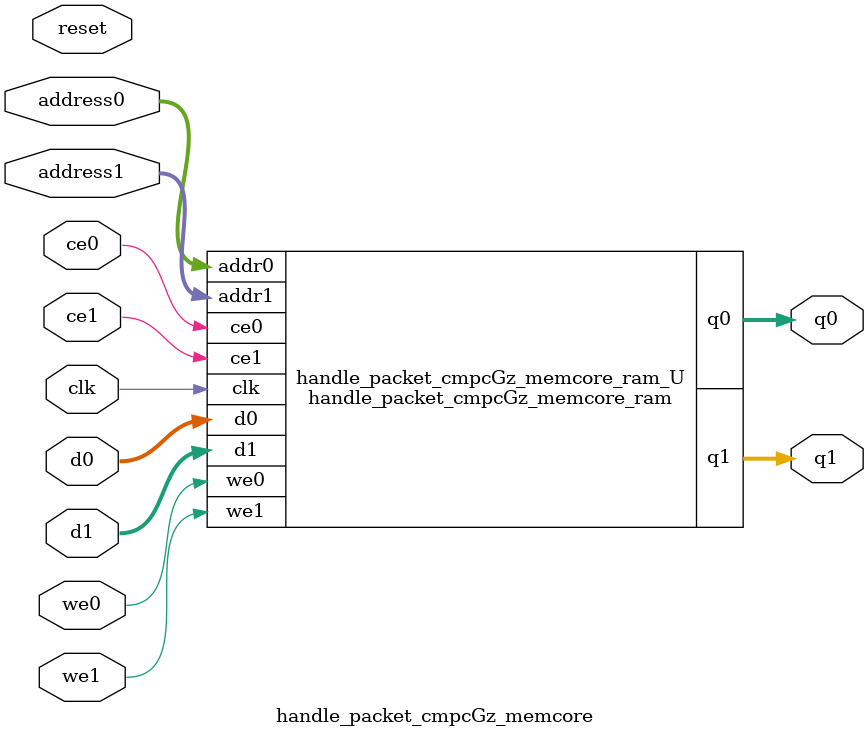
<source format=v>

`timescale 1 ns / 1 ps
module handle_packet_cmpcGz_memcore_ram (addr0, ce0, d0, we0, q0, addr1, ce1, d1, we1, q1,  clk);

parameter DWIDTH = 10;
parameter AWIDTH = 7;
parameter MEM_SIZE = 128;

input[AWIDTH-1:0] addr0;
input ce0;
input[DWIDTH-1:0] d0;
input we0;
output reg[DWIDTH-1:0] q0;
input[AWIDTH-1:0] addr1;
input ce1;
input[DWIDTH-1:0] d1;
input we1;
output reg[DWIDTH-1:0] q1;
input clk;

(* ram_style = "block" *)reg [DWIDTH-1:0] ram[0:MEM_SIZE-1];




always @(posedge clk)  
begin 
    if (ce0) 
    begin
        if (we0) 
        begin 
            ram[addr0] <= d0; 
            q0 <= d0;
        end 
        else 
            q0 <= ram[addr0];
    end
end


always @(posedge clk)  
begin 
    if (ce1) 
    begin
        if (we1) 
        begin 
            ram[addr1] <= d1; 
            q1 <= d1;
        end 
        else 
            q1 <= ram[addr1];
    end
end


endmodule


`timescale 1 ns / 1 ps
module handle_packet_cmpcGz_memcore(
    reset,
    clk,
    address0,
    ce0,
    we0,
    d0,
    q0,
    address1,
    ce1,
    we1,
    d1,
    q1);

parameter DataWidth = 32'd10;
parameter AddressRange = 32'd128;
parameter AddressWidth = 32'd7;
input reset;
input clk;
input[AddressWidth - 1:0] address0;
input ce0;
input we0;
input[DataWidth - 1:0] d0;
output[DataWidth - 1:0] q0;
input[AddressWidth - 1:0] address1;
input ce1;
input we1;
input[DataWidth - 1:0] d1;
output[DataWidth - 1:0] q1;



handle_packet_cmpcGz_memcore_ram handle_packet_cmpcGz_memcore_ram_U(
    .clk( clk ),
    .addr0( address0 ),
    .ce0( ce0 ),
    .d0( d0 ),
    .we0( we0 ),
    .q0( q0 ),
    .addr1( address1 ),
    .ce1( ce1 ),
    .d1( d1 ),
    .we1( we1 ),
    .q1( q1 ));

endmodule


</source>
